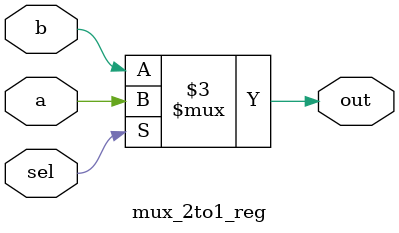
<source format=v>
`timescale 1ns / 1ps


module mux_2to1_reg(
    input a,
    input b,
    input sel,
    output reg out
    );
    
    always @ (a, b, sel)
        if (sel) out = a;
        else out = b;

endmodule

</source>
